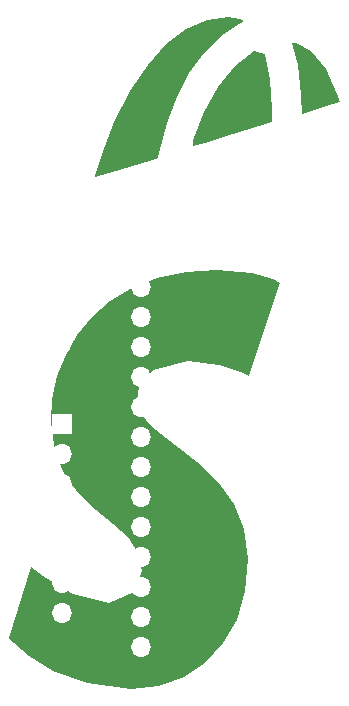
<source format=gto>
G04 #@! TF.GenerationSoftware,KiCad,Pcbnew,(5.0.0-3-g5ebb6b6)*
G04 #@! TF.CreationDate,2018-09-06T10:07:47-04:00*
G04 #@! TF.ProjectId,PCB,5043422E6B696361645F706362000000,rev?*
G04 #@! TF.SameCoordinates,Original*
G04 #@! TF.FileFunction,Legend,Top*
G04 #@! TF.FilePolarity,Positive*
%FSLAX46Y46*%
G04 Gerber Fmt 4.6, Leading zero omitted, Abs format (unit mm)*
G04 Created by KiCad (PCBNEW (5.0.0-3-g5ebb6b6)) date Thursday, September 06, 2018 at 10:07:47 AM*
%MOMM*%
%LPD*%
G01*
G04 APERTURE LIST*
%ADD10C,0.100000*%
%ADD11O,1.700000X1.700000*%
%ADD12R,1.700000X1.700000*%
G04 APERTURE END LIST*
D10*
G04 #@! TO.C,svg2mod*
G36*
X77159812Y-93071888D02*
X76888928Y-90498768D01*
X76445124Y-88654780D01*
X76714142Y-88603129D01*
X78054391Y-89324553D01*
X79262158Y-90795980D01*
X80245639Y-92905565D01*
X80475167Y-93585036D01*
X79865162Y-93800012D01*
X78251322Y-94309431D01*
X77247488Y-94630478D01*
X77159812Y-93071888D01*
X77159812Y-93071888D01*
G37*
G36*
X68066612Y-96855464D02*
X68944803Y-94461196D01*
X70137763Y-92338660D01*
X71576513Y-90589337D01*
X73192077Y-89314710D01*
X74097823Y-89553889D01*
X74563033Y-91688787D01*
X74735563Y-94203228D01*
X74744819Y-95340667D01*
X71417519Y-96363801D01*
X69042137Y-97087064D01*
X68003491Y-97389231D01*
X68066615Y-96855464D01*
X68066612Y-96855464D01*
X68066612Y-96855464D01*
G37*
G36*
X59698450Y-99923973D02*
X60302198Y-98042836D01*
X61364780Y-95353549D01*
X62708462Y-92704187D01*
X64184728Y-90497077D01*
X65774108Y-88750162D01*
X67457130Y-87481387D01*
X69214323Y-86708696D01*
X71026214Y-86450033D01*
X72045169Y-86602198D01*
X72377061Y-86752740D01*
X71934259Y-86990548D01*
X70378275Y-88045407D01*
X68969579Y-89446523D01*
X67726332Y-91164536D01*
X66666693Y-93170082D01*
X65808820Y-95433800D01*
X65170873Y-97926328D01*
X65085687Y-98350218D01*
X64051916Y-98683094D01*
X61501766Y-99468973D01*
X59747866Y-99979428D01*
X59698451Y-99923976D01*
X59698450Y-99923973D01*
X59698450Y-99923973D01*
G37*
G36*
X75426007Y-108920685D02*
X72791011Y-116825673D01*
X72076717Y-116505902D01*
X70216231Y-115912042D01*
X67633146Y-115592271D01*
X64630621Y-116300335D01*
X63459512Y-117743457D01*
X63260174Y-118900031D01*
X63583175Y-120027766D01*
X64448818Y-121069675D01*
X65702061Y-122101894D01*
X67187866Y-123200559D01*
X68751191Y-124441805D01*
X70236996Y-125901770D01*
X71490239Y-127656588D01*
X72355882Y-129782396D01*
X72678883Y-132355329D01*
X72429293Y-135061590D01*
X71711906Y-137440294D01*
X70573796Y-139459079D01*
X69062036Y-141085582D01*
X67223701Y-142287438D01*
X65105864Y-143032285D01*
X62755600Y-143287759D01*
X59056290Y-142844631D01*
X56169680Y-141787942D01*
X54101152Y-140526732D01*
X52856088Y-139470042D01*
X52439871Y-139026915D01*
X54289974Y-132972031D01*
X55332345Y-133771458D01*
X57844831Y-135256109D01*
X60905496Y-136055536D01*
X63042927Y-135130485D01*
X63708684Y-133364477D01*
X63376243Y-131785275D01*
X62499809Y-130485954D01*
X61260713Y-129325916D01*
X59840285Y-128164565D01*
X58419858Y-126861302D01*
X57180761Y-125275530D01*
X56304327Y-123266652D01*
X55971887Y-120694071D01*
X56111654Y-118754266D01*
X56531627Y-116861554D01*
X57232817Y-115052937D01*
X58216231Y-113365419D01*
X59482879Y-111836000D01*
X61033770Y-110501683D01*
X62869914Y-109399470D01*
X64992319Y-108566362D01*
X67401995Y-108039363D01*
X70099951Y-107855474D01*
X73050565Y-108131640D01*
X74830070Y-108644519D01*
X75426007Y-108920685D01*
X75426007Y-108920685D01*
G37*
G04 #@! TD*
%LPC*%
G04 #@! TO.C,svg2mod*
G36*
X96113528Y-96979107D02*
X94535438Y-96877362D01*
X91898366Y-96688406D01*
X90507155Y-96586661D01*
X89531230Y-95612813D01*
X87633369Y-93729487D01*
X86358440Y-92494008D01*
X85797800Y-92213688D01*
X82770360Y-153771681D01*
X104354902Y-149118388D01*
X104300023Y-148747246D01*
X104142925Y-147684838D01*
X103894920Y-146007691D01*
X103567319Y-143792332D01*
X103171431Y-141115288D01*
X102718569Y-138053087D01*
X102220043Y-134682254D01*
X101687164Y-131079318D01*
X101131243Y-127320805D01*
X100563590Y-123483241D01*
X99995517Y-119643155D01*
X99438335Y-115877074D01*
X98903353Y-112261523D01*
X98401884Y-108873030D01*
X97945238Y-105788123D01*
X97544725Y-103083328D01*
X97211658Y-100835171D01*
X96957345Y-99120182D01*
X96793100Y-98014885D01*
X96730231Y-97595808D01*
X96113528Y-96979107D01*
X96113528Y-96979107D01*
G37*
G04 #@! TD*
D11*
G04 #@! TO.C,U1*
X63638000Y-116936000D03*
X63638000Y-119476000D03*
X63638000Y-122016000D03*
X63638000Y-124556000D03*
X63638000Y-139796000D03*
X63638000Y-111856000D03*
X63638000Y-114396000D03*
D12*
X63638000Y-104236000D03*
D11*
X63638000Y-106776000D03*
X63638000Y-109316000D03*
X63638000Y-127096000D03*
X63638000Y-129636000D03*
X63638000Y-132176000D03*
X63638000Y-134716000D03*
X63638000Y-137256000D03*
D12*
X87238000Y-104236000D03*
D11*
X87238000Y-106776000D03*
X87238000Y-109316000D03*
X87238000Y-111856000D03*
X87238000Y-114396000D03*
X87238000Y-116936000D03*
X87238000Y-119476000D03*
X87238000Y-122016000D03*
X87238000Y-124556000D03*
X87238000Y-127096000D03*
X87238000Y-129636000D03*
X87238000Y-132176000D03*
X87238000Y-134716000D03*
X87238000Y-137256000D03*
X87238000Y-139796000D03*
G04 #@! TD*
G04 #@! TO.C,J1*
X56896000Y-114046000D03*
X56896000Y-111506000D03*
D12*
X56896000Y-108966000D03*
G04 #@! TD*
D11*
G04 #@! TO.C,J2*
X56896000Y-125984000D03*
X56896000Y-123444000D03*
D12*
X56896000Y-120904000D03*
G04 #@! TD*
G04 #@! TO.C,J3*
X56896000Y-131826000D03*
D11*
X56896000Y-134366000D03*
X56896000Y-136906000D03*
G04 #@! TD*
D12*
G04 #@! TO.C,J4*
X92964000Y-133096000D03*
D11*
X92964000Y-135636000D03*
X92964000Y-138176000D03*
G04 #@! TD*
M02*

</source>
